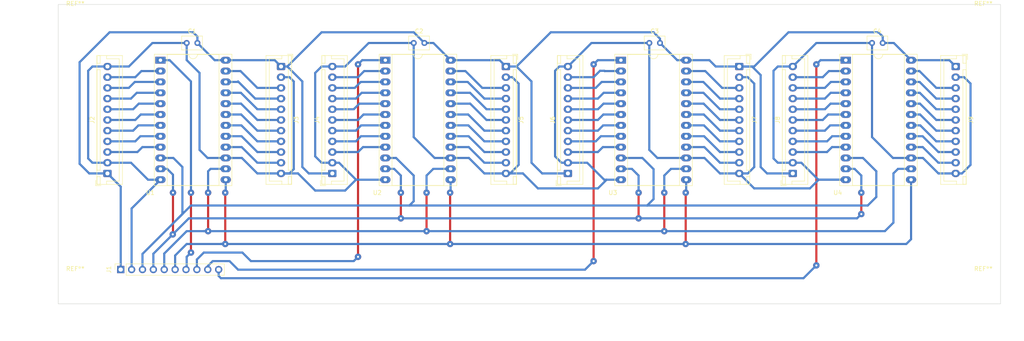
<source format=kicad_pcb>
(kicad_pcb (version 20211014) (generator pcbnew)
  (layers (0 "F.Cu" signal) (31 "B.Cu" signal) (34 "B.Paste" user) (35 "F.Paste" user) (36 "B.SilkS" user "B.Silkscreen") (37 "F.SilkS" user "F.Silkscreen") (38 "B.Mask" user) (39 "F.Mask" user) (44 "Edge.Cuts" user))
  (net 0 "")
  (net 1 "/Ground")
  (net 2 "Net-(C1-Pad2)")
  (net 3 "Net-(J1-Pad3)")
  (net 4 "Net-(J1-Pad4)")
  (net 5 "Net-(J1-Pad5)")
  (net 6 "Net-(J1-Pad6)")
  (net 7 "Net-(J1-Pad7)")
  (net 8 "Net-(J1-Pad8)")
  (net 9 "Net-(J1-Pad9)")
  (net 10 "Net-(J1-Pad10)")
  (net 11 "Net-(J2-Pad3)")
  (net 12 "Net-(J2-Pad4)")
  (net 13 "Net-(J2-Pad5)")
  (net 14 "Net-(J2-Pad6)")
  (net 15 "Net-(J2-Pad7)")
  (net 16 "Net-(J2-Pad8)")
  (net 17 "Net-(J2-Pad9)")
  (net 18 "Net-(J2-Pad10)")
  (net 19 "Net-(J3-Pad3)")
  (net 20 "Net-(J3-Pad4)")
  (net 21 "Net-(J3-Pad5)")
  (net 22 "Net-(J3-Pad6)")
  (net 23 "Net-(J3-Pad7)")
  (net 24 "Net-(J3-Pad8)")
  (net 25 "Net-(J3-Pad9)")
  (net 26 "Net-(J3-Pad10)")
  (net 27 "Net-(J4-Pad3)")
  (net 28 "Net-(J4-Pad4)")
  (net 29 "Net-(J4-Pad5)")
  (net 30 "Net-(J4-Pad6)")
  (net 31 "Net-(J4-Pad7)")
  (net 32 "Net-(J4-Pad8)")
  (net 33 "Net-(J4-Pad9)")
  (net 34 "Net-(J4-Pad10)")
  (net 35 "Net-(J5-Pad3)")
  (net 36 "Net-(J5-Pad4)")
  (net 37 "Net-(J5-Pad5)")
  (net 38 "Net-(J5-Pad6)")
  (net 39 "Net-(J5-Pad7)")
  (net 40 "Net-(J5-Pad8)")
  (net 41 "Net-(J5-Pad9)")
  (net 42 "Net-(J5-Pad10)")
  (net 43 "Net-(J6-Pad3)")
  (net 44 "Net-(J6-Pad4)")
  (net 45 "Net-(J6-Pad5)")
  (net 46 "Net-(J6-Pad6)")
  (net 47 "Net-(J6-Pad7)")
  (net 48 "Net-(J6-Pad8)")
  (net 49 "Net-(J6-Pad9)")
  (net 50 "Net-(J6-Pad10)")
  (net 51 "Net-(J7-Pad3)")
  (net 52 "Net-(J7-Pad4)")
  (net 53 "Net-(J7-Pad5)")
  (net 54 "Net-(J7-Pad6)")
  (net 55 "Net-(J7-Pad7)")
  (net 56 "Net-(J7-Pad8)")
  (net 57 "Net-(J7-Pad9)")
  (net 58 "Net-(J7-Pad10)")
  (net 59 "Net-(J8-Pad3)")
  (net 60 "Net-(J8-Pad4)")
  (net 61 "Net-(J8-Pad5)")
  (net 62 "Net-(J8-Pad6)")
  (net 63 "Net-(J8-Pad7)")
  (net 64 "Net-(J8-Pad8)")
  (net 65 "Net-(J8-Pad9)")
  (net 66 "Net-(J8-Pad10)")
  (net 67 "Net-(J9-Pad3)")
  (net 68 "Net-(J9-Pad4)")
  (net 69 "Net-(J9-Pad5)")
  (net 70 "Net-(J9-Pad6)")
  (net 71 "Net-(J9-Pad7)")
  (net 72 "Net-(J9-Pad8)")
  (net 73 "Net-(J9-Pad9)")
  (net 74 "Net-(J9-Pad10)")
  (footprint "Capacitor_THT:C_Rect_L4.6mm_W3.0mm_P2.50mm_MKS02_FKP02" (layer "F.Cu") (at 111 39)
    (fp_text reference "C2")
    (fp_text value "0.1uF")
  )
  (footprint "Capacitor_THT:C_Rect_L4.6mm_W3.0mm_P2.50mm_MKS02_FKP02" (layer "F.Cu") (at 58 39)
    (fp_text reference "C1")
    (fp_text value "0.1uF")
  )
  (footprint "Connector_JST:JST_XH_B11B-XH-A_1x11_P2.50mm_Vertical" (layer "F.Cu") (at 132.525 44.5 -90)
    (fp_text reference "J5")
    (fp_text value "Conn_22")
  )
  (footprint "Connector_JST:JST_XH_B11B-XH-A_1x11_P2.50mm_Vertical" (layer "F.Cu") (at 80.025 44.5 -90)
    (fp_text reference "J3")
    (fp_text value "Conn_12")
  )
  (footprint "Connector_JST:JST_XH_B11B-XH-A_1x11_P2.50mm_Vertical" (layer "F.Cu") (at 147 69.5 90)
    (fp_text reference "J6")
    (fp_text value "Conn_31")
  )
  (footprint "Package_DIP:DIP-24_W15.24mm_Socket_LongPads" (layer "F.Cu") (at 159.375 43.025)
    (fp_text reference "U3")
    (fp_text value "CD74HC4067M")
  )
  (footprint "Connector_JST:JST_XH_B11B-XH-A_1x11_P2.50mm_Vertical" (layer "F.Cu") (at 92 69.5 90)
    (fp_text reference "J4")
    (fp_text value "Conn_21")
  )
  (footprint "Connector_PinSocket_2.54mm:PinSocket_1x10_P2.54mm_Vertical" (layer "F.Cu") (at 42.6 91.975 90)
    (fp_text reference "J1")
    (fp_text value "Conn_socket")
  )
  (footprint "Connector_JST:JST_XH_B11B-XH-A_1x11_P2.50mm_Vertical" (layer "F.Cu") (at 237.525 44.5 -90)
    (fp_text reference "J9")
    (fp_text value "Conn_42")
  )
  (footprint "Capacitor_THT:C_Rect_L4.6mm_W3.0mm_P2.50mm_MKS02_FKP02" (layer "F.Cu") (at 218 39)
    (fp_text reference "C4")
    (fp_text value "0.1uF")
  )
  (footprint "Package_DIP:DIP-24_W15.24mm_Socket_LongPads" (layer "F.Cu") (at 104.375 43.025)
    (fp_text reference "U2")
    (fp_text value "CD74HC4067M")
  )
  (footprint "Capacitor_THT:C_Rect_L4.6mm_W3.0mm_P2.50mm_MKS02_FKP02" (layer "F.Cu") (at 166 39)
    (fp_text reference "C3")
    (fp_text value "0.1uF")
  )
  (footprint "MountingHole:MountingHole_3.2mm_M3" (layer "F.Cu") (at 32 96)
    (fp_text reference "REF**")
    (fp_text value "MountingHole_3.2mm_M3")
  )
  (footprint "MountingHole:MountingHole_3.2mm_M3" (layer "F.Cu") (at 32 34)
    (fp_text reference "REF**")
    (fp_text value "MountingHole_3.2mm_M3")
  )
  (footprint "Connector_JST:JST_XH_B11B-XH-A_1x11_P2.50mm_Vertical" (layer "F.Cu") (at 199.5 69.5 90)
    (fp_text reference "J8")
    (fp_text value "Conn_41")
  )
  (footprint "Connector_JST:JST_XH_B11B-XH-A_1x11_P2.50mm_Vertical" (layer "F.Cu") (at 39.5 69.5 90)
    (fp_text reference "J2")
    (fp_text value "Conn_11")
  )
  (footprint "Package_DIP:DIP-24_W15.24mm_Socket_LongPads" (layer "F.Cu") (at 211.875 43.025)
    (fp_text reference "U4")
    (fp_text value "CD74HC4067M")
  )
  (footprint "MountingHole:MountingHole_3.2mm_M3" (layer "F.Cu") (at 244 96)
    (fp_text reference "REF**")
    (fp_text value "MountingHole_3.2mm_M3")
  )
  (footprint "MountingHole:MountingHole_3.2mm_M3" (layer "F.Cu") (at 244 34)
    (fp_text reference "REF**")
    (fp_text value "MountingHole_3.2mm_M3")
  )
  (footprint "Connector_JST:JST_XH_B11B-XH-A_1x11_P2.50mm_Vertical" (layer "F.Cu") (at 187 44.5 -90)
    (fp_text reference "J7")
    (fp_text value "Conn_32")
  )
  (footprint "Package_DIP:DIP-24_W15.24mm_Socket_LongPads" (layer "F.Cu") (at 51.875 43.025)
    (fp_text reference "U1")
    (fp_text value "CD74HC4067M")
  )
  (gr_rect (start 28 30) (end 248 100) (layer "Edge.Cuts") (width 0.1) (fill none))
  (segment (start 132.525 47) (end 134 47) (width 0.5) (layer "B.Cu") (net 1))
  (segment (start 48.965 70.965) (end 45 67) (width 0.5) (layer "B.Cu") (net 1))
  (segment (start 45.14 77.7) (end 51.875 70.965) (width 0.5) (layer "B.Cu") (net 1))
  (segment (start 174.615 65.885) (end 167.885 65.885) (width 0.5) (layer "B.Cu") (net 1))
  (segment (start 233.5 69.5) (end 237.525 69.5) (width 0.5) (layer "B.Cu") (net 1))
  (segment (start 211.875 70.965) (end 205.465 70.965) (width 0.5) (layer "B.Cu") (net 1))
  (segment (start 227.115 65.885) (end 229.885 65.885) (width 0.5) (layer "B.Cu") (net 1))
  (segment (start 187 69.5) (end 189 69.5) (width 0.5) (layer "B.Cu") (net 1))
  (segment (start 35 45.5) (end 36 44.5) (width 0.5) (layer "B.Cu") (net 1))
  (segment (start 203.5 73) (end 190.5 73) (width 0.5) (layer "B.Cu") (net 1))
  (segment (start 134 47) (end 135.5 48.5) (width 0.5) (layer "B.Cu") (net 1))
  (segment (start 95 73.5) (end 97.535 70.965) (width 0.5) (layer "B.Cu") (net 1))
  (segment (start 227.115 65.885) (end 222.885 65.885) (width 0.5) (layer "B.Cu") (net 1))
  (segment (start 195 45.5) (end 195 66) (width 0.5) (layer "B.Cu") (net 1))
  (segment (start 92 67) (end 89.5 67) (width 0.5) (layer "B.Cu") (net 1))
  (segment (start 115.885 65.885) (end 111 61) (width 0.5) (layer "B.Cu") (net 1))
  (segment (start 95 44.5) (end 100.5 39) (width 0.5) (layer "B.Cu") (net 1))
  (segment (start 35 66) (end 35 45.5) (width 0.5) (layer "B.Cu") (net 1))
  (segment (start 82 47) (end 83 48) (width 0.5) (layer "B.Cu") (net 1))
  (segment (start 145 44.5) (end 147 44.5) (width 0.5) (layer "B.Cu") (net 1))
  (segment (start 93.57 67) (end 97.535 70.965) (width 0.5) (layer "B.Cu") (net 1))
  (segment (start 167.885 65.885) (end 166 64) (width 0.5) (layer "B.Cu") (net 1))
  (segment (start 155.5 71) (end 155.535 70.965) (width 0.5) (layer "B.Cu") (net 1))
  (segment (start 189 69.5) (end 190.5 68) (width 0.5) (layer "B.Cu") (net 1))
  (segment (start 82 69.5) (end 80.025 69.5) (width 0.5) (layer "B.Cu") (net 1))
  (segment (start 62.885 65.885) (end 67.115 65.885) (width 0.5) (layer "B.Cu") (net 1))
  (segment (start 67.115 65.885) (end 70.885 65.885) (width 0.5) (layer "B.Cu") (net 1))
  (segment (start 205.465 70.965) (end 201.5 67) (width 0.5) (layer "B.Cu") (net 1))
  (segment (start 196 67) (end 199.5 67) (width 0.5) (layer "B.Cu") (net 1))
  (segment (start 135.5 48.5) (end 135.5 67.5) (width 0.5) (layer "B.Cu") (net 1))
  (segment (start 178.885 65.885) (end 182.5 69.5) (width 0.5) (layer "B.Cu") (net 1))
  (segment (start 211.875 70.965) (end 205.535 70.965) (width 0.5) (layer "B.Cu") (net 1))
  (segment (start 222.885 65.885) (end 218 61) (width 0.5) (layer "B.Cu") (net 1))
  (segment (start 39.5 67) (end 36 67) (width 0.5) (layer "B.Cu") (net 1))
  (segment (start 135.5 67.5) (end 133.5 69.5) (width 0.5) (layer "B.Cu") (net 1))
  (segment (start 58 43) (end 61 46) (width 0.5) (layer "B.Cu") (net 1))
  (segment (start 36 67) (end 35 66) (width 0.5) (layer "B.Cu") (net 1))
  (segment (start 147 67) (end 145.5 67) (width 0.5) (layer "B.Cu") (net 1))
  (segment (start 88 46) (end 89.5 44.5) (width 0.5) (layer "B.Cu") (net 1))
  (segment (start 140 73) (end 154 73) (width 0.5) (layer "B.Cu") (net 1))
  (segment (start 144 65.5) (end 144 45.5) (width 0.5) (layer "B.Cu") (net 1))
  (segment (start 61 46) (end 61 64) (width 0.5) (layer "B.Cu") (net 1))
  (segment (start 123.885 65.885) (end 127.5 69.5) (width 0.5) (layer "B.Cu") (net 1))
  (segment (start 44.5 44.5) (end 50 39) (width 0.5) (layer "B.Cu") (net 1))
  (segment (start 205.535 70.965) (end 203.5 73) (width 0.5) (layer "B.Cu") (net 1))
  (segment (start 237.525 47) (end 239.5 47) (width 0.5) (layer "B.Cu") (net 1))
  (segment (start 80.025 47) (end 82 47) (width 0.5) (layer "B.Cu") (net 1))
  (segment (start 218 39) (end 205 39) (width 0.5) (layer "B.Cu") (net 1))
  (segment (start 136.5 69.5) (end 140 73) (width 0.5) (layer "B.Cu") (net 1))
  (segment (start 145.5 67) (end 144 65.5) (width 0.5) (layer "B.Cu") (net 1))
  (segment (start 239 69.5) (end 237.525 69.5) (width 0.5) (layer "B.Cu") (net 1))
  (segment (start 61 64) (end 62.885 65.885) (width 0.5) (layer "B.Cu") (net 1))
  (segment (start 39.5 44.5) (end 44.5 44.5) (width 0.5) (layer "B.Cu") (net 1))
  (segment (start 92 67) (end 93.57 67) (width 0.5) (layer "B.Cu") (net 1))
  (segment (start 152.5 39) (end 147 44.5) (width 0.5) (layer "B.Cu") (net 1))
  (segment (start 241 67.5) (end 239 69.5) (width 0.5) (layer "B.Cu") (net 1))
  (segment (start 70.885 65.885) (end 74.5 69.5) (width 0.5) (layer "B.Cu") (net 1))
  (segment (start 155.535 70.965) (end 156.035 70.965) (width 0.5) (layer "B.Cu") (net 1))
  (segment (start 74.5 69.5) (end 80.025 69.5) (width 0.5) (layer "B.Cu") (net 1))
  (segment (start 80.025 69.5) (end 84 69.5) (width 0.5) (layer "B.Cu") (net 1))
  (segment (start 154 73) (end 156.035 70.965) (width 0.5) (layer "B.Cu") (net 1))
  (segment (start 205 39) (end 199.5 44.5) (width 0.5) (layer "B.Cu") (net 1))
  (segment (start 195 66) (end 196 67) (width 0.5) (layer "B.Cu") (net 1))
  (segment (start 89.5 44.5) (end 92 44.5) (width 0.5) (layer "B.Cu") (net 1))
  (segment (start 201.5 67) (end 199.5 67) (width 0.5) (layer "B.Cu") (net 1))
  (segment (start 199.5 44.5) (end 196 44.5) (width 0.5) (layer "B.Cu") (net 1))
  (segment (start 119.615 65.885) (end 123.885 65.885) (width 0.5) (layer "B.Cu") (net 1))
  (segment (start 127.5 69.5) (end 132.525 69.5) (width 0.5) (layer "B.Cu") (net 1))
  (segment (start 83 48) (end 83 68.5) (width 0.5) (layer "B.Cu") (net 1))
  (segment (start 119.615 65.885) (end 115.885 65.885) (width 0.5) (layer "B.Cu") (net 1))
  (segment (start 111 61) (end 111 39) (width 0.5) (layer "B.Cu") (net 1))
  (segment (start 196 44.5) (end 195 45.5) (width 0.5) (layer "B.Cu") (net 1))
  (segment (start 190.5 48.5) (end 189 47) (width 0.5) (layer "B.Cu") (net 1))
  (segment (start 45.14 91.975) (end 45.14 77.7) (width 0.5) (layer "B.Cu") (net 1))
  (segment (start 166 39) (end 152.5 39) (width 0.5) (layer "B.Cu") (net 1))
  (segment (start 229.885 65.885) (end 233.5 69.5) (width 0.5) (layer "B.Cu") (net 1))
  (segment (start 190.5 68) (end 190.5 48.5) (width 0.5) (layer "B.Cu") (net 1))
  (segment (start 190.5 73) (end 187 69.5) (width 0.5) (layer "B.Cu") (net 1))
  (segment (start 132.525 69.5) (end 136.5 69.5) (width 0.5) (layer "B.Cu") (net 1))
  (segment (start 88 65.5) (end 88 46) (width 0.5) (layer "B.Cu") (net 1))
  (segment (start 144 45.5) (end 145 44.5) (width 0.5) (layer "B.Cu") (net 1))
  (segment (start 84 69.5) (end 88 73.5) (width 0.5) (layer "B.Cu") (net 1))
  (segment (start 147 67) (end 151.5 67) (width 0.5) (layer "B.Cu") (net 1))
  (segment (start 241 48.5) (end 241 67.5) (width 0.5) (layer "B.Cu") (net 1))
  (segment (start 218 61) (end 218 39) (width 0.5) (layer "B.Cu") (net 1))
  (segment (start 151.5 67) (end 155.5 71) (width 0.5) (layer "B.Cu") (net 1))
  (segment (start 45 67) (end 39.5 67) (width 0.5) (layer "B.Cu") (net 1))
  (segment (start 189 47) (end 187 47) (width 0.5) (layer "B.Cu") (net 1))
  (segment (start 36 44.5) (end 39.5 44.5) (width 0.5) (layer "B.Cu") (net 1))
  (segment (start 51.875 70.965) (end 48.965 70.965) (width 0.5) (layer "B.Cu") (net 1))
  (segment (start 156.035 70.965) (end 159.375 70.965) (width 0.5) (layer "B.Cu") (net 1))
  (segment (start 92 44.5) (end 95 44.5) (width 0.5) (layer "B.Cu") (net 1))
  (segment (start 133.5 69.5) (end 132.525 69.5) (width 0.5) (layer "B.Cu") (net 1))
  (segment (start 83 68.5) (end 82 69.5) (width 0.5) (layer "B.Cu") (net 1))
  (segment (start 89.5 67) (end 88 65.5) (width 0.5) (layer "B.Cu") (net 1))
  (segment (start 239.5 47) (end 241 48.5) (width 0.5) (layer "B.Cu") (net 1))
  (segment (start 174.615 65.885) (end 178.885 65.885) (width 0.5) (layer "B.Cu") (net 1))
  (segment (start 97.535 70.965) (end 104.375 70.965) (width 0.5) (layer "B.Cu") (net 1))
  (segment (start 166 64) (end 166 39) (width 0.5) (layer "B.Cu") (net 1))
  (segment (start 182.5 69.5) (end 187 69.5) (width 0.5) (layer "B.Cu") (net 1))
  (segment (start 50 39) (end 58 39) (width 0.5) (layer "B.Cu") (net 1))
  (segment (start 88 73.5) (end 95 73.5) (width 0.5) (layer "B.Cu") (net 1))
  (segment (start 100.5 39) (end 111 39) (width 0.5) (layer "B.Cu") (net 1))
  (segment (start 58 39) (end 58 43) (width 0.5) (layer "B.Cu") (net 1))
  (segment (start 198.5 36.5) (end 219.5 36.5) (width 0.5) (layer "B.Cu") (net 2))
  (segment (start 172.525 43.025) (end 174.615 43.025) (width 0.5) (layer "B.Cu") (net 2))
  (segment (start 187 44.5) (end 190.5 44.5) (width 0.5) (layer "B.Cu") (net 2))
  (segment (start 192 68) (end 193.5 69.5) (width 0.5) (layer "B.Cu") (net 2))
  (segment (start 86.5 69.5) (end 92 69.5) (width 0.5) (layer "B.Cu") (net 2))
  (segment (start 33 43.5) (end 40 36.5) (width 0.5) (layer "B.Cu") (net 2))
  (segment (start 89.5 36.5) (end 111 36.5) (width 0.5) (layer "B.Cu") (net 2))
  (segment (start 64.525 43.025) (end 67.115 43.025) (width 0.5) (layer "B.Cu") (net 2))
  (segment (start 85 68) (end 86.5 69.5) (width 0.5) (layer "B.Cu") (net 2))
  (segment (start 132.525 44.5) (end 135 44.5) (width 0.5) (layer "B.Cu") (net 2))
  (segment (start 42.6 91.975) (end 42.6 72.6) (width 0.5) (layer "B.Cu") (net 2))
  (segment (start 85 48) (end 85 68) (width 0.5) (layer "B.Cu") (net 2))
  (segment (start 227.115 43.025) (end 236.05 43.025) (width 0.5) (layer "B.Cu") (net 2))
  (segment (start 78.55 43.025) (end 80.025 44.5) (width 0.5) (layer "B.Cu") (net 2))
  (segment (start 33 67.25) (end 33 43.5) (width 0.5) (layer "B.Cu") (net 2))
  (segment (start 167 36.5) (end 168.5 38) (width 0.5) (layer "B.Cu") (net 2))
  (segment (start 223.09 39) (end 227.115 43.025) (width 0.5) (layer "B.Cu") (net 2))
  (segment (start 119.615 43.025) (end 131.05 43.025) (width 0.5) (layer "B.Cu") (net 2))
  (segment (start 236.05 43.025) (end 237.525 44.5) (width 0.5) (layer "B.Cu") (net 2))
  (segment (start 190 44.5) (end 192 46.5) (width 0.5) (layer "B.Cu") (net 2))
  (segment (start 42.6 72.6) (end 42 72) (width 0.5) (layer "B.Cu") (net 2))
  (segment (start 168.5 39) (end 172.525 43.025) (width 0.5) (layer "B.Cu") (net 2))
  (segment (start 193.5 69.5) (end 199.5 69.5) (width 0.5) (layer "B.Cu") (net 2))
  (segment (start 60.5 37.5) (end 60.5 39) (width 0.5) (layer "B.Cu") (net 2))
  (segment (start 180.025 43.025) (end 181.5 44.5) (width 0.5) (layer "B.Cu") (net 2))
  (segment (start 168.5 38) (end 168.5 39) (width 0.5) (layer "B.Cu") (net 2))
  (segment (start 174.615 43.025) (end 180.025 43.025) (width 0.5) (layer "B.Cu") (net 2))
  (segment (start 81.5 44.5) (end 85 48) (width 0.5) (layer "B.Cu") (net 2))
  (segment (start 141 69.5) (end 147 69.5) (width 0.5) (layer "B.Cu") (net 2))
  (segment (start 59.5 36.5) (end 60.5 37.5) (width 0.5) (layer "B.Cu") (net 2))
  (segment (start 220.5 37.5) (end 220.5 39) (width 0.5) (layer "B.Cu") (net 2))
  (segment (start 40 36.5) (end 59.5 36.5) (width 0.5) (layer "B.Cu") (net 2))
  (segment (start 187 44.5) (end 190 44.5) (width 0.5) (layer "B.Cu") (net 2))
  (segment (start 39.5 69.5) (end 35.25 69.5) (width 0.5) (layer "B.Cu") (net 2))
  (segment (start 143 36.5) (end 167 36.5) (width 0.5) (layer "B.Cu") (net 2))
  (segment (start 35.25 69.5) (end 33 67.25) (width 0.5) (layer "B.Cu") (net 2))
  (segment (start 192 46.5) (end 192 68) (width 0.5) (layer "B.Cu") (net 2))
  (segment (start 42 72) (end 39.5 69.5) (width 0.5) (layer "B.Cu") (net 2))
  (segment (start 67.115 43.025) (end 78.55 43.025) (width 0.5) (layer "B.Cu") (net 2))
  (segment (start 220.5 39) (end 223.09 39) (width 0.5) (layer "B.Cu") (net 2))
  (segment (start 138.5 67) (end 141 69.5) (width 0.5) (layer "B.Cu") (net 2))
  (segment (start 81.5 44.5) (end 89.5 36.5) (width 0.5) (layer "B.Cu") (net 2))
  (segment (start 60.5 39) (end 64.525 43.025) (width 0.5) (layer "B.Cu") (net 2))
  (segment (start 190.5 44.5) (end 198.5 36.5) (width 0.5) (layer "B.Cu") (net 2))
  (segment (start 138.5 48) (end 138.5 67) (width 0.5) (layer "B.Cu") (net 2))
  (segment (start 131.05 43.025) (end 132.525 44.5) (width 0.5) (layer "B.Cu") (net 2))
  (segment (start 135 44.5) (end 138.5 48) (width 0.5) (layer "B.Cu") (net 2))
  (segment (start 219.5 36.5) (end 220.5 37.5) (width 0.5) (layer "B.Cu") (net 2))
  (segment (start 111 36.5) (end 113.5 39) (width 0.5) (layer "B.Cu") (net 2))
  (segment (start 113.5 39) (end 115.59 39) (width 0.5) (layer "B.Cu") (net 2))
  (segment (start 135 44.5) (end 143 36.5) (width 0.5) (layer "B.Cu") (net 2))
  (segment (start 181.5 44.5) (end 187 44.5) (width 0.5) (layer "B.Cu") (net 2))
  (segment (start 80.025 44.5) (end 81.5 44.5) (width 0.5) (layer "B.Cu") (net 2))
  (segment (start 115.59 39) (end 119.615 43.025) (width 0.5) (layer "B.Cu") (net 2))
  (segment (start 57 79) (end 56 80) (width 0.5) (layer "B.Cu") (net 3))
  (segment (start 167 68.5) (end 167 75.5) (width 0.5) (layer "B.Cu") (net 3))
  (segment (start 47.68 91.975) (end 47.68 88.32) (width 0.5) (layer "B.Cu") (net 3))
  (segment (start 104.375 65.885) (end 106.885 65.885) (width 0.5) (layer "B.Cu") (net 3))
  (segment (start 57 68) (end 57 79) (width 0.5) (layer "B.Cu") (net 3))
  (segment (start 159.375 65.885) (end 164.385 65.885) (width 0.5) (layer "B.Cu") (net 3))
  (segment (start 59 77) (end 165.5 77) (width 0.5) (layer "B.Cu") (net 3))
  (segment (start 164.385 65.885) (end 167 68.5) (width 0.5) (layer "B.Cu") (net 3))
  (segment (start 215.885 65.885) (end 219 69) (width 0.5) (layer "B.Cu") (net 3))
  (segment (start 111 76) (end 110 77) (width 0.5) (layer "B.Cu") (net 3))
  (segment (start 106.885 65.885) (end 111 70) (width 0.5) (layer "B.Cu") (net 3))
  (segment (start 217 77) (end 165.5 77) (width 0.5) (layer "B.Cu") (net 3))
  (segment (start 111 70) (end 111 76) (width 0.5) (layer "B.Cu") (net 3))
  (segment (start 211.875 65.885) (end 215.885 65.885) (width 0.5) (layer "B.Cu") (net 3))
  (segment (start 51.875 65.885) (end 54.885 65.885) (width 0.5) (layer "B.Cu") (net 3))
  (segment (start 47.68 88.32) (end 56 80) (width 0.5) (layer "B.Cu") (net 3))
  (segment (start 219 75) (end 217 77) (width 0.5) (layer "B.Cu") (net 3))
  (segment (start 167 75.5) (end 165.5 77) (width 0.5) (layer "B.Cu") (net 3))
  (segment (start 54.885 65.885) (end 57 68) (width 0.5) (layer "B.Cu") (net 3))
  (segment (start 219 69) (end 219 75) (width 0.5) (layer "B.Cu") (net 3))
  (segment (start 56 80) (end 59 77) (width 0.5) (layer "B.Cu") (net 3))
  (segment (start 54.8005 74) (end 54.8005 83.6995) (width 0.5) (layer "F.Cu") (net 4))
  (segment (start 54.8005 83.6995) (end 54.75 83.75) (width 0.5) (layer "F.Cu") (net 4))
  (segment (start 163.5 74) (end 163.5 80) (width 0.5) (layer "F.Cu") (net 4))
  (segment (start 108 74) (end 108 80) (width 0.5) (layer "F.Cu") (net 4))
  (segment (start 215.5 74) (end 215.5 79) (width 0.5) (layer "F.Cu") (net 4))
  (via (at 54.8005 74) (size 1.5) (drill 0.5) (layers "F.Cu" "B.Cu") (net 4))
  (via (at 108 74) (size 1.5) (drill 0.5) (layers "F.Cu" "B.Cu") (net 4))
  (via (at 108 80) (size 1.5) (drill 0.5) (layers "F.Cu" "B.Cu") (net 4))
  (via (at 163.5 74) (size 1.5) (drill 0.5) (layers "F.Cu" "B.Cu") (net 4))
  (via (at 163.5 80) (size 1.5) (drill 0.5) (layers "F.Cu" "B.Cu") (net 4))
  (via (at 215.5 74) (size 1.5) (drill 0.5) (layers "F.Cu" "B.Cu") (net 4))
  (via (at 215.5 79) (size 1.5) (drill 0.5) (layers "F.Cu" "B.Cu") (net 4))
  (via (at 54.75 83.75) (size 1.5) (drill 0.5) (layers "F.Cu" "B.Cu") (net 4))
  (segment (start 50.22 91.975) (end 50.22 88.28) (width 0.5) (layer "B.Cu") (net 4))
  (segment (start 104.375 68.425) (end 106.425 68.425) (width 0.5) (layer "B.Cu") (net 4))
  (segment (start 54 69) (end 54.8005 69.8005) (width 0.5) (layer "B.Cu") (net 4))
  (segment (start 53.425 68.425) (end 54 69) (width 0.5) (layer "B.Cu") (net 4))
  (segment (start 50.22 88.28) (end 54.75 83.75) (width 0.5) (layer "B.Cu") (net 4))
  (segment (start 163.5 70) (end 163.5 74) (width 0.5) (layer "B.Cu") (net 4))
  (segment (start 54.8005 69.8005) (end 54.8005 74) (width 0.5) (layer "B.Cu") (net 4))
  (segment (start 159.375 68.425) (end 161.925 68.425) (width 0.5) (layer "B.Cu") (net 4))
  (segment (start 161.925 68.425) (end 163 69.5) (width 0.5) (layer "B.Cu") (net 4))
  (segment (start 211.875 68.425) (end 213.925 68.425) (width 0.5) (layer "B.Cu") (net 4))
  (segment (start 106.425 68.425) (end 108 70) (width 0.5) (layer "B.Cu") (net 4))
  (segment (start 163 69.5) (end 163.5 70) (width 0.5) (layer "B.Cu") (net 4))
  (segment (start 58.5 80) (end 108 80) (width 0.5) (layer "B.Cu") (net 4))
  (segment (start 108 80) (end 163.5 80) (width 0.5) (layer "B.Cu") (net 4))
  (segment (start 215.5 70) (end 215.5 74) (width 0.5) (layer "B.Cu") (net 4))
  (segment (start 163.5 80) (end 214.5 80) (width 0.5) (layer "B.Cu") (net 4))
  (segment (start 213.925 68.425) (end 215.5 70) (width 0.5) (layer "B.Cu") (net 4))
  (segment (start 51.875 68.425) (end 53.425 68.425) (width 0.5) (layer "B.Cu") (net 4))
  (segment (start 108 70) (end 108 74) (width 0.5) (layer "B.Cu") (net 4))
  (segment (start 214.5 80) (end 215.5 79) (width 0.5) (layer "B.Cu") (net 4))
  (segment (start 54.75 83.75) (end 58.5 80) (width 0.5) (layer "B.Cu") (net 4))
  (segment (start 169.5 74) (end 169.5 83) (width 0.5) (layer "F.Cu") (net 5))
  (segment (start 63 74) (end 63 83) (width 0.5) (layer "F.Cu") (net 5))
  (segment (start 114 74) (end 114 83) (width 0.5) (layer "F.Cu") (net 5))
  (via (at 114 83) (size 1.5) (drill 0.5) (layers "F.Cu" "B.Cu") (net 5))
  (via (at 169.5 74) (size 1.5) (drill 0.5) (layers "F.Cu" "B.Cu") (net 5))
  (via (at 63 74) (size 1.5) (drill 0.5) (layers "F.Cu" "B.Cu") (net 5))
  (via (at 114 74) (size 1.5) (drill 0.5) (layers "F.Cu" "B.Cu") (net 5))
  (via (at 63 83) (size 1.5) (drill 0.5) (layers "F.Cu" "B.Cu") (net 5))
  (via (at 169.5 83) (size 1.5) (drill 0.5) (layers "F.Cu" "B.Cu") (net 5))
  (segment (start 171.075 68.425) (end 169.5 70) (width 0.5) (layer "B.Cu") (net 5))
  (segment (start 221 83) (end 220 83) (width 0.5) (layer "B.Cu") (net 5))
  (segment (start 169.5 83) (end 220 83) (width 0.5) (layer "B.Cu") (net 5))
  (segment (start 223 69.5) (end 223 81) (width 0.5) (layer "B.Cu") (net 5))
  (segment (start 52.76 88.24) (end 58 83) (width 0.5) (layer "B.Cu") (net 5))
  (segment (start 174.615 68.425) (end 171.075 68.425) (width 0.5) (layer "B.Cu") (net 5))
  (segment (start 115.575 68.425) (end 114 70) (width 0.5) (layer "B.Cu") (net 5))
  (segment (start 114 70) (end 114 74) (width 0.5) (layer "B.Cu") (net 5))
  (segment (start 63 69) (end 63 74) (width 0.5) (layer "B.Cu") (net 5))
  (segment (start 63.575 68.425) (end 63 69) (width 0.5) (layer "B.Cu") (net 5))
  (segment (start 67.115 68.425) (end 63.575 68.425) (width 0.5) (layer "B.Cu") (net 5))
  (segment (start 169.5 70) (end 169.5 74) (width 0.5) (layer "B.Cu") (net 5))
  (segment (start 58 83) (end 62 83) (width 0.5) (layer "B.Cu") (net 5))
  (segment (start 52.76 91.975) (end 52.76 88.24) (width 0.5) (layer "B.Cu") (net 5))
  (segment (start 62 83) (end 114 83) (width 0.5) (layer "B.Cu") (net 5))
  (segment (start 114 83) (end 169.5 83) (width 0.5) (layer "B.Cu") (net 5))
  (segment (start 119.615 68.425) (end 115.575 68.425) (width 0.5) (layer "B.Cu") (net 5))
  (segment (start 224.075 68.425) (end 223 69.5) (width 0.5) (layer "B.Cu") (net 5))
  (segment (start 223 81) (end 221 83) (width 0.5) (layer "B.Cu") (net 5))
  (segment (start 63 83) (end 62 83) (width 0.5) (layer "B.Cu") (net 5))
  (segment (start 227.115 68.425) (end 224.075 68.425) (width 0.5) (layer "B.Cu") (net 5))
  (segment (start 174.5 74) (end 174.5 86) (width 0.5) (layer "F.Cu") (net 6))
  (segment (start 119.5 74) (end 119.5 86) (width 0.5) (layer "F.Cu") (net 6))
  (segment (start 67 74) (end 67 86) (width 0.5) (layer "F.Cu") (net 6))
  (via (at 67 74) (size 1.5) (drill 0.5) (layers "F.Cu" "B.Cu") (net 6))
  (via (at 67 86) (size 1.5) (drill 0.5) (layers "F.Cu" "B.Cu") (net 6))
  (via (at 174.5 74) (size 1.5) (drill 0.5) (layers "F.Cu" "B.Cu") (net 6))
  (via (at 119.5 86) (size 1.5) (drill 0.5) (layers "F.Cu" "B.Cu") (net 6))
  (via (at 174.5 86) (size 1.5) (drill 0.5) (layers "F.Cu" "B.Cu") (net 6))
  (via (at 119.5 74) (size 1.5) (drill 0.5) (layers "F.Cu" "B.Cu") (net 6))
  (segment (start 67.115 70.965) (end 67.115 73.885) (width 0.5) (layer "B.Cu") (net 6))
  (segment (start 119.5 86) (end 174.5 86) (width 0.5) (layer "B.Cu") (net 6))
  (segment (start 55.3 88.7) (end 58 86) (width 0.5) (layer "B.Cu") (net 6))
  (segment (start 67 86) (end 66 86) (width 0.5) (layer "B.Cu") (net 6))
  (segment (start 67.115 73.885) (end 67 74) (width 0.5) (layer "B.Cu") (net 6))
  (segment (start 58 86) (end 66 86) (width 0.5) (layer "B.Cu") (net 6))
  (segment (start 119.615 70.965) (end 119.615 73.885) (width 0.5) (layer "B.Cu") (net 6))
  (segment (start 174.615 70.965) (end 174.615 73.885) (width 0.5) (layer "B.Cu") (net 6))
  (segment (start 174.615 73.885) (end 174.5 74) (width 0.5) (layer "B.Cu") (net 6))
  (segment (start 227.115 84.885) (end 226 86) (width 0.5) (layer "B.Cu") (net 6))
  (segment (start 119.615 73.885) (end 119.5 74) (width 0.5) (layer "B.Cu") (net 6))
  (segment (start 227.115 70.965) (end 227.115 84.885) (width 0.5) (layer "B.Cu") (net 6))
  (segment (start 226 86) (end 174.5 86) (width 0.5) (layer "B.Cu") (net 6))
  (segment (start 66 86) (end 119.5 86) (width 0.5) (layer "B.Cu") (net 6))
  (segment (start 55.3 91.975) (end 55.3 88.7) (width 0.5) (layer "B.Cu") (net 6))
  (segment (start 59 88) (end 59 74) (width 0.5) (layer "F.Cu") (net 7))
  (via (at 59 88) (size 1.5) (drill 0.5) (layers "F.Cu" "B.Cu") (net 7))
  (via (at 59 74) (size 1.5) (drill 0.5) (layers "F.Cu" "B.Cu") (net 7))
  (segment (start 54.025 43.025) (end 51.875 43.025) (width 0.5) (layer "B.Cu") (net 7))
  (segment (start 59 48) (end 54.025 43.025) (width 0.5) (layer "B.Cu") (net 7))
  (segment (start 58 91.815) (end 57.84 91.975) (width 0.5) (layer "B.Cu") (net 7))
  (segment (start 59 88) (end 58 89) (width 0.5) (layer "B.Cu") (net 7))
  (segment (start 59 74) (end 59 48) (width 0.5) (layer "B.Cu") (net 7))
  (segment (start 58 89) (end 58 91.815) (width 0.5) (layer "B.Cu") (net 7))
  (segment (start 98 89) (end 98 44) (width 0.5) (layer "F.Cu") (net 8))
  (via (at 98 89) (size 1.5) (drill 0.5) (layers "F.Cu" "B.Cu") (net 8))
  (via (at 98 44) (size 1.5) (drill 0.5) (layers "F.Cu" "B.Cu") (net 8))
  (segment (start 73 90) (end 71 88) (width 0.5) (layer "B.Cu") (net 8))
  (segment (start 60.38 89.62) (end 60.38 91.975) (width 0.5) (layer "B.Cu") (net 8))
  (segment (start 98.975 43.025) (end 104.375 43.025) (width 0.5) (layer "B.Cu") (net 8))
  (segment (start 98 89) (end 97 90) (width 0.5) (layer "B.Cu") (net 8))
  (segment (start 71 88) (end 62 88) (width 0.5) (layer "B.Cu") (net 8))
  (segment (start 97 90) (end 73 90) (width 0.5) (layer "B.Cu") (net 8))
  (segment (start 98 44) (end 98.975 43.025) (width 0.5) (layer "B.Cu") (net 8))
  (segment (start 62 88) (end 60.38 89.62) (width 0.5) (layer "B.Cu") (net 8))
  (segment (start 153 90) (end 153 44) (width 0.5) (layer "F.Cu") (net 9))
  (via (at 153 44) (size 1.5) (drill 0.5) (layers "F.Cu" "B.Cu") (net 9))
  (via (at 153 90) (size 1.5) (drill 0.5) (layers "F.Cu" "B.Cu") (net 9))
  (segment (start 151 92) (end 70 92) (width 0.5) (layer "B.Cu") (net 9))
  (segment (start 153.975 43.025) (end 159.375 43.025) (width 0.5) (layer "B.Cu") (net 9))
  (segment (start 153 44) (end 153.975 43.025) (width 0.5) (layer "B.Cu") (net 9))
  (segment (start 70 92) (end 68 90) (width 0.5) (layer "B.Cu") (net 9))
  (segment (start 153 90) (end 151 92) (width 0.5) (layer "B.Cu") (net 9))
  (segment (start 68 90) (end 64.08 90) (width 0.5) (layer "B.Cu") (net 9))
  (segment (start 64.08 90) (end 62.92 91.16) (width 0.5) (layer "B.Cu") (net 9))
  (segment (start 62.92 91.16) (end 62.92 91.975) (width 0.5) (layer "B.Cu") (net 9))
  (segment (start 205 91) (end 205 44) (width 0.5) (layer "F.Cu") (net 10))
  (via (at 205 44) (size 1.5) (drill 0.5) (layers "F.Cu" "B.Cu") (net 10))
  (via (at 205 91) (size 1.5) (drill 0.5) (layers "F.Cu" "B.Cu") (net 10))
  (segment (start 205 91) (end 202 94) (width 0.5) (layer "B.Cu") (net 10))
  (segment (start 202 94) (end 66 94) (width 0.5) (layer "B.Cu") (net 10))
  (segment (start 205 44) (end 205.975 43.025) (width 0.5) (layer "B.Cu") (net 10))
  (segment (start 65.46 93.46) (end 65.46 91.975) (width 0.5) (layer "B.Cu") (net 10))
  (segment (start 205.975 43.025) (end 211.875 43.025) (width 0.5) (layer "B.Cu") (net 10))
  (segment (start 66 94) (end 65.46 93.46) (width 0.5) (layer "B.Cu") (net 10))
  (segment (start 51.875 63.345) (end 47.655 63.345) (width 0.5) (layer "B.Cu") (net 11))
  (segment (start 46.5 64.5) (end 39.5 64.5) (width 0.5) (layer "B.Cu") (net 11))
  (segment (start 47.655 63.345) (end 46.5 64.5) (width 0.5) (layer "B.Cu") (net 11))
  (segment (start 47.195 60.805) (end 46 62) (width 0.5) (layer "B.Cu") (net 12))
  (segment (start 46 62) (end 39.5 62) (width 0.5) (layer "B.Cu") (net 12))
  (segment (start 51.875 60.805) (end 47.195 60.805) (width 0.5) (layer "B.Cu") (net 12))
  (segment (start 51.875 58.265) (end 46.735 58.265) (width 0.5) (layer "B.Cu") (net 13))
  (segment (start 46.735 58.265) (end 45.5 59.5) (width 0.5) (layer "B.Cu") (net 13))
  (segment (start 45.5 59.5) (end 39.5 59.5) (width 0.5) (layer "B.Cu") (net 13))
  (segment (start 47.275 55.725) (end 46 57) (width 0.5) (layer "B.Cu") (net 14))
  (segment (start 46 57) (end 39.5 57) (width 0.5) (layer "B.Cu") (net 14))
  (segment (start 51.875 55.725) (end 47.275 55.725) (width 0.5) (layer "B.Cu") (net 14))
  (segment (start 51.875 53.185) (end 46.815 53.185) (width 0.5) (layer "B.Cu") (net 15))
  (segment (start 46.815 53.185) (end 45.5 54.5) (width 0.5) (layer "B.Cu") (net 15))
  (segment (start 45.5 54.5) (end 39.5 54.5) (width 0.5) (layer "B.Cu") (net 15))
  (segment (start 45 52) (end 39.5 52) (width 0.5) (layer "B.Cu") (net 16))
  (segment (start 46.355 50.645) (end 45 52) (width 0.5) (layer "B.Cu") (net 16))
  (segment (start 51.875 50.645) (end 46.355 50.645) (width 0.5) (layer "B.Cu") (net 16))
  (segment (start 44.5 49.5) (end 39.5 49.5) (width 0.5) (layer "B.Cu") (net 17))
  (segment (start 51.875 48.105) (end 45.895 48.105) (width 0.5) (layer "B.Cu") (net 17))
  (segment (start 45.895 48.105) (end 44.5 49.5) (width 0.5) (layer "B.Cu") (net 17))
  (segment (start 47.435 45.565) (end 51.875 45.565) (width 0.5) (layer "B.Cu") (net 18))
  (segment (start 39.5 47) (end 46 47) (width 0.5) (layer "B.Cu") (net 18))
  (segment (start 46 47) (end 47.435 45.565) (width 0.5) (layer "B.Cu") (net 18))
  (segment (start 67.115 45.565) (end 70.565 45.565) (width 0.5) (layer "B.Cu") (net 19))
  (segment (start 70.565 45.565) (end 74.5 49.5) (width 0.5) (layer "B.Cu") (net 19))
  (segment (start 74.5 49.5) (end 80.025 49.5) (width 0.5) (layer "B.Cu") (net 19))
  (segment (start 80.025 52) (end 74 52) (width 0.5) (layer "B.Cu") (net 20))
  (segment (start 70 48) (end 69.895 48.105) (width 0.5) (layer "B.Cu") (net 20))
  (segment (start 69.895 48.105) (end 67.115 48.105) (width 0.5) (layer "B.Cu") (net 20))
  (segment (start 74 52) (end 70 48) (width 0.5) (layer "B.Cu") (net 20))
  (segment (start 70.645 50.645) (end 74.5 54.5) (width 0.5) (layer "B.Cu") (net 21))
  (segment (start 67.115 50.645) (end 70.645 50.645) (width 0.5) (layer "B.Cu") (net 21))
  (segment (start 74.5 54.5) (end 80.025 54.5) (width 0.5) (layer "B.Cu") (net 21))
  (segment (start 67.115 53.185) (end 70.685 53.185) (width 0.5) (layer "B.Cu") (net 22))
  (segment (start 70.685 53.185) (end 74.5 57) (width 0.5) (layer "B.Cu") (net 22))
  (segment (start 74.5 57) (end 80.025 57) (width 0.5) (layer "B.Cu") (net 22))
  (segment (start 70.725 55.725) (end 74.5 59.5) (width 0.5) (layer "B.Cu") (net 23))
  (segment (start 67.115 55.725) (end 70.725 55.725) (width 0.5) (layer "B.Cu") (net 23))
  (segment (start 74.5 59.5) (end 80.025 59.5) (width 0.5) (layer "B.Cu") (net 23))
  (segment (start 70.765 58.265) (end 74.5 62) (width 0.5) (layer "B.Cu") (net 24))
  (segment (start 67.115 58.265) (end 70.765 58.265) (width 0.5) (layer "B.Cu") (net 24))
  (segment (start 74.5 62) (end 80.025 62) (width 0.5) (layer "B.Cu") (net 24))
  (segment (start 74.5 64.5) (end 80.025 64.5) (width 0.5) (layer "B.Cu") (net 25))
  (segment (start 70.805 60.805) (end 74.5 64.5) (width 0.5) (layer "B.Cu") (net 25))
  (segment (start 67.115 60.805) (end 70.805 60.805) (width 0.5) (layer "B.Cu") (net 25))
  (segment (start 67.115 63.345) (end 70.845 63.345) (width 0.5) (layer "B.Cu") (net 26))
  (segment (start 70.845 63.345) (end 74.5 67) (width 0.5) (layer "B.Cu") (net 26))
  (segment (start 74.5 67) (end 80.025 67) (width 0.5) (layer "B.Cu") (net 26))
  (segment (start 99.155 63.345) (end 98 64.5) (width 0.5) (layer "B.Cu") (net 27))
  (segment (start 98 64.5) (end 92 64.5) (width 0.5) (layer "B.Cu") (net 27))
  (segment (start 104.375 63.345) (end 99.155 63.345) (width 0.5) (layer "B.Cu") (net 27))
  (segment (start 104.375 60.805) (end 98.695 60.805) (width 0.5) (layer "B.Cu") (net 28))
  (segment (start 97.5 62) (end 92 62) (width 0.5) (layer "B.Cu") (net 28))
  (segment (start 98.695 60.805) (end 97.5 62) (width 0.5) (layer "B.Cu") (net 28))
  (segment (start 104.375 58.265) (end 98.735 58.265) (width 0.5) (layer "B.Cu") (net 29))
  (segment (start 97.5 59.5) (end 92 59.5) (width 0.5) (layer "B.Cu") (net 29))
  (segment (start 98.735 58.265) (end 97.5 59.5) (width 0.5) (layer "B.Cu") (net 29))
  (segment (start 104.375 55.725) (end 99.275 55.725) (width 0.5) (layer "B.Cu") (net 30))
  (segment (start 99.275 55.725) (end 98 57) (width 0.5) (layer "B.Cu") (net 30))
  (segment (start 98 57) (end 92 57) (width 0.5) (layer "B.Cu") (net 30))
  (segment (start 104.375 53.185) (end 98.315 53.185) (width 0.5) (layer "B.Cu") (net 31))
  (segment (start 97 54.5) (end 92 54.5) (width 0.5) (layer "B.Cu") (net 31))
  (segment (start 98.315 53.185) (end 97 54.5) (width 0.5) (layer "B.Cu") (net 31))
  (segment (start 104.375 50.645) (end 98.855 50.645) (width 0.5) (layer "B.Cu") (net 32))
  (segment (start 98.855 50.645) (end 97.5 52) (width 0.5) (layer "B.Cu") (net 32))
  (segment (start 97.5 52) (end 92 52) (width 0.5) (layer "B.Cu") (net 32))
  (segment (start 98.645 48.105) (end 97.25 49.5) (width 0.5) (layer "B.Cu") (net 33))
  (segment (start 104.375 48.105) (end 98.645 48.105) (width 0.5) (layer "B.Cu") (net 33))
  (segment (start 97.25 49.5) (end 92 49.5) (width 0.5) (layer "B.Cu") (net 33))
  (segment (start 99.435 45.565) (end 98 47) (width 0.5) (layer "B.Cu") (net 34))
  (segment (start 104.375 45.565) (end 99.435 45.565) (width 0.5) (layer "B.Cu") (net 34))
  (segment (start 98 47) (end 92 47) (width 0.5) (layer "B.Cu") (net 34))
  (segment (start 127 49.5) (end 132.525 49.5) (width 0.5) (layer "B.Cu") (net 35))
  (segment (start 123.065 45.565) (end 127 49.5) (width 0.5) (layer "B.Cu") (net 35))
  (segment (start 119.615 45.565) (end 123.065 45.565) (width 0.5) (layer "B.Cu") (net 35))
  (segment (start 119.615 48.105) (end 123.605 48.105) (width 0.5) (layer "B.Cu") (net 36))
  (segment (start 123.605 48.105) (end 127.5 52) (width 0.5) (layer "B.Cu") (net 36))
  (segment (start 127.5 52) (end 132.525 52) (width 0.5) (layer "B.Cu") (net 36))
  (segment (start 124.145 50.645) (end 128 54.5) (width 0.5) (layer "B.Cu") (net 37))
  (segment (start 128 54.5) (end 132.525 54.5) (width 0.5) (layer "B.Cu") (net 37))
  (segment (start 119.615 50.645) (end 124.145 50.645) (width 0.5) (layer "B.Cu") (net 37))
  (segment (start 124.185 53.185) (end 128 57) (width 0.5) (layer "B.Cu") (net 38))
  (segment (start 128 57) (end 132.525 57) (width 0.5) (layer "B.Cu") (net 38))
  (segment (start 119.615 53.185) (end 124.185 53.185) (width 0.5) (layer "B.Cu") (net 38))
  (segment (start 123.725 55.725) (end 127.5 59.5) (width 0.5) (layer "B.Cu") (net 39))
  (segment (start 127.5 59.5) (end 132.525 59.5) (width 0.5) (layer "B.Cu") (net 39))
  (segment (start 119.615 55.725) (end 123.725 55.725) (width 0.5) (layer "B.Cu") (net 39))
  (segment (start 119.615 58.265) (end 123.765 58.265) (width 0.5) (layer "B.Cu") (net 40))
  (segment (start 127.5 62) (end 132.525 62) (width 0.5) (layer "B.Cu") (net 40))
  (segment (start 123.765 58.265) (end 127.5 62) (width 0.5) (layer "B.Cu") (net 40))
  (segment (start 123.805 60.805) (end 127.5 64.5) (width 0.5) (layer "B.Cu") (net 41))
  (segment (start 127.5 64.5) (end 132.525 64.5) (width 0.5) (layer "B.Cu") (net 41))
  (segment (start 119.615 60.805) (end 123.805 60.805) (width 0.5) (layer "B.Cu") (net 41))
  (segment (start 127.5 67) (end 132.525 67) (width 0.5) (layer "B.Cu") (net 42))
  (segment (start 123.845 63.345) (end 127.5 67) (width 0.5) (layer "B.Cu") (net 42))
  (segment (start 119.615 63.345) (end 123.845 63.345) (width 0.5) (layer "B.Cu") (net 42))
  (segment (start 159.375 63.345) (end 155.155 63.345) (width 0.5) (layer "B.Cu") (net 43))
  (segment (start 154 64.5) (end 147 64.5) (width 0.5) (layer "B.Cu") (net 43))
  (segment (start 155.155 63.345) (end 154 64.5) (width 0.5) (layer "B.Cu") (net 43))
  (segment (start 154.695 60.805) (end 153.5 62) (width 0.5) (layer "B.Cu") (net 44))
  (segment (start 153.5 62) (end 147 62) (width 0.5) (layer "B.Cu") (net 44))
  (segment (start 159.375 60.805) (end 154.695 60.805) (width 0.5) (layer "B.Cu") (net 44))
  (segment (start 159.375 58.265) (end 155.235 58.265) (width 0.5) (layer "B.Cu") (net 45))
  (segment (start 155.235 58.265) (end 154 59.5) (width 0.5) (layer "B.Cu") (net 45))
  (segment (start 154 59.5) (end 147 59.5) (width 0.5) (layer "B.Cu") (net 45))
  (segment (start 155.275 55.725) (end 154 57) (width 0.5) (layer "B.Cu") (net 46))
  (segment (start 154 57) (end 147 57) (width 0.5) (layer "B.Cu") (net 46))
  (segment (start 159.375 55.725) (end 155.275 55.725) (width 0.5) (layer "B.Cu") (net 46))
  (segment (start 159.375 53.185) (end 155.315 53.185) (width 0.5) (layer "B.Cu") (net 47))
  (segment (start 154 54.5) (end 147 54.5) (width 0.5) (layer "B.Cu") (net 47))
  (segment (start 155.315 53.185) (end 154 54.5) (width 0.5) (layer "B.Cu") (net 47))
  (segment (start 159.375 50.645) (end 155.355 50.645) (width 0.5) (layer "B.Cu") (net 48))
  (segment (start 155.355 50.645) (end 154 52) (width 0.5) (layer "B.Cu") (net 48))
  (segment (start 154 52) (end 147 52) (width 0.5) (layer "B.Cu") (net 48))
  (segment (start 159.375 48.105) (end 154.895 48.105) (width 0.5) (layer "B.Cu") (net 49))
  (segment (start 154.895 48.105) (end 153.5 49.5) (width 0.5) (layer "B.Cu") (net 49))
  (segment (start 153.5 49.5) (end 147 49.5) (width 0.5) (layer "B.Cu") (net 49))
  (segment (start 155.5 45.5) (end 154.5 45.5) (width 0.5) (layer "B.Cu") (net 50))
  (segment (start 159.375 45.565) (end 155.565 45.565) (width 0.5) (layer "B.Cu") (net 50))
  (segment (start 155.565 45.565) (end 155.5 45.5) (width 0.5) (layer "B.Cu") (net 50))
  (segment (start 153 47) (end 147 47) (width 0.5) (layer "B.Cu") (net 50))
  (segment (start 154.5 45.5) (end 153 47) (width 0.5) (layer "B.Cu") (net 50))
  (segment (start 183 49.5) (end 187 49.5) (width 0.5) (layer "B.Cu") (net 51))
  (segment (start 179.065 45.565) (end 183 49.5) (width 0.5) (layer "B.Cu") (net 51))
  (segment (start 174.615 45.565) (end 179.065 45.565) (width 0.5) (layer "B.Cu") (net 51))
  (segment (start 174.615 48.105) (end 178.605 48.105) (width 0.5) (layer "B.Cu") (net 52))
  (segment (start 178.605 48.105) (end 182.5 52) (width 0.5) (layer "B.Cu") (net 52))
  (segment (start 182.5 52) (end 187 52) (width 0.5) (layer "B.Cu") (net 52))
  (segment (start 182.5 54.5) (end 187 54.5) (width 0.5) (layer "B.Cu") (net 53))
  (segment (start 178.645 50.645) (end 182.5 54.5) (width 0.5) (layer "B.Cu") (net 53))
  (segment (start 174.615 50.645) (end 178.645 50.645) (width 0.5) (layer "B.Cu") (net 53))
  (segment (start 178.685 53.185) (end 182.5 57) (width 0.5) (layer "B.Cu") (net 54))
  (segment (start 174.615 53.185) (end 178.685 53.185) (width 0.5) (layer "B.Cu") (net 54))
  (segment (start 182.5 57) (end 187 57) (width 0.5) (layer "B.Cu") (net 54))
  (segment (start 182.5 59.5) (end 187 59.5) (width 0.5) (layer "B.Cu") (net 55))
  (segment (start 174.615 55.725) (end 178.725 55.725) (width 0.5) (layer "B.Cu") (net 55))
  (segment (start 178.725 55.725) (end 182.5 59.5) (width 0.5) (layer "B.Cu") (net 55))
  (segment (start 182.5 62) (end 187 62) (width 0.5) (layer "B.Cu") (net 56))
  (segment (start 178.765 58.265) (end 182.5 62) (width 0.5) (layer "B.Cu") (net 56))
  (segment (start 174.615 58.265) (end 178.765 58.265) (width 0.5) (layer "B.Cu") (net 56))
  (segment (start 174.615 60.805) (end 178.805 60.805) (width 0.5) (layer "B.Cu") (net 57))
  (segment (start 182.5 64.5) (end 187 64.5) (width 0.5) (layer "B.Cu") (net 57))
  (segment (start 178.805 60.805) (end 182.5 64.5) (width 0.5) (layer "B.Cu") (net 57))
  (segment (start 182.5 67) (end 187 67) (width 0.5) (layer "B.Cu") (net 58))
  (segment (start 178.845 63.345) (end 182.5 67) (width 0.5) (layer "B.Cu") (net 58))
  (segment (start 174.615 63.345) (end 178.845 63.345) (width 0.5) (layer "B.Cu") (net 58))
  (segment (start 211.875 63.345) (end 208.655 63.345) (width 0.5) (layer "B.Cu") (net 59))
  (segment (start 208.655 63.345) (end 207.5 64.5) (width 0.5) (layer "B.Cu") (net 59))
  (segment (start 207.5 64.5) (end 199.5 64.5) (width 0.5) (layer "B.Cu") (net 59))
  (segment (start 208.695 60.805) (end 207.5 62) (width 0.5) (layer "B.Cu") (net 60))
  (segment (start 211.875 60.805) (end 208.695 60.805) (width 0.5) (layer "B.Cu") (net 60))
  (segment (start 207.5 62) (end 199.5 62) (width 0.5) (layer "B.Cu") (net 60))
  (segment (start 211.875 58.265) (end 208.235 58.265) (width 0.5) (layer "B.Cu") (net 61))
  (segment (start 208.235 58.265) (end 207 59.5) (width 0.5) (layer "B.Cu") (net 61))
  (segment (start 207 59.5) (end 199.5 59.5) (width 0.5) (layer "B.Cu") (net 61))
  (segment (start 206.5 57) (end 199.5 57) (width 0.5) (layer "B.Cu") (net 62))
  (segment (start 211.875 55.725) (end 207.775 55.725) (width 0.5) (layer "B.Cu") (net 62))
  (segment (start 207.775 55.725) (end 206.5 57) (width 0.5) (layer "B.Cu") (net 62))
  (segment (start 211.875 53.185) (end 208.315 53.185) (width 0.5) (layer "B.Cu") (net 63))
  (segment (start 207 54.5) (end 199.5 54.5) (width 0.5) (layer "B.Cu") (net 63))
  (segment (start 208.315 53.185) (end 207 54.5) (width 0.5) (layer "B.Cu") (net 63))
  (segment (start 208.355 50.645) (end 207 52) (width 0.5) (layer "B.Cu") (net 64))
  (segment (start 207 52) (end 199.5 52) (width 0.5) (layer "B.Cu") (net 64))
  (segment (start 211.875 50.645) (end 208.355 50.645) (width 0.5) (layer "B.Cu") (net 64))
  (segment (start 208.395 48.105) (end 207 49.5) (width 0.5) (layer "B.Cu") (net 65))
  (segment (start 207 49.5) (end 199.5 49.5) (width 0.5) (layer "B.Cu") (net 65))
  (segment (start 211.875 48.105) (end 208.395 48.105) (width 0.5) (layer "B.Cu") (net 65))
  (segment (start 211.875 45.565) (end 207.935 45.565) (width 0.5) (layer "B.Cu") (net 66))
  (segment (start 206.5 47) (end 199.5 47) (width 0.5) (layer "B.Cu") (net 66))
  (segment (start 207.935 45.565) (end 206.5 47) (width 0.5) (layer "B.Cu") (net 66))
  (segment (start 233 49.5) (end 237.525 49.5) (width 0.5) (layer "B.Cu") (net 67))
  (segment (start 229.065 45.565) (end 233 49.5) (width 0.5) (layer "B.Cu") (net 67))
  (segment (start 227.115 45.565) (end 229.065 45.565) (width 0.5) (layer "B.Cu") (net 67))
  (segment (start 229.105 48.105) (end 233 52) (width 0.5) (layer "B.Cu") (net 68))
  (segment (start 233 52) (end 237.525 52) (width 0.5) (layer "B.Cu") (net 68))
  (segment (start 227.115 48.105) (end 229.105 48.105) (width 0.5) (layer "B.Cu") (net 68))
  (segment (start 233 54.5) (end 237.525 54.5) (width 0.5) (layer "B.Cu") (net 69))
  (segment (start 227.115 50.645) (end 229.145 50.645) (width 0.5) (layer "B.Cu") (net 69))
  (segment (start 229.145 50.645) (end 233 54.5) (width 0.5) (layer "B.Cu") (net 69))
  (segment (start 233 57) (end 237.525 57) (width 0.5) (layer "B.Cu") (net 70))
  (segment (start 229.185 53.185) (end 233 57) (width 0.5) (layer "B.Cu") (net 70))
  (segment (start 227.115 53.185) (end 229.185 53.185) (width 0.5) (layer "B.Cu") (net 70))
  (segment (start 233 59.5) (end 237.525 59.5) (width 0.5) (layer "B.Cu") (net 71))
  (segment (start 229.225 55.725) (end 233 59.5) (width 0.5) (layer "B.Cu") (net 71))
  (segment (start 227.115 55.725) (end 229.225 55.725) (width 0.5) (layer "B.Cu") (net 71))
  (segment (start 227.115 58.265) (end 229.265 58.265) (width 0.5) (layer "B.Cu") (net 72))
  (segment (start 233 62) (end 237.525 62) (width 0.5) (layer "B.Cu") (net 72))
  (segment (start 229.265 58.265) (end 233 62) (width 0.5) (layer "B.Cu") (net 72))
  (segment (start 229.805 60.805) (end 233.5 64.5) (width 0.5) (layer "B.Cu") (net 73))
  (segment (start 227.115 60.805) (end 229.805 60.805) (width 0.5) (layer "B.Cu") (net 73))
  (segment (start 233.5 64.5) (end 237.525 64.5) (width 0.5) (layer "B.Cu") (net 73))
  (segment (start 227.115 63.345) (end 229.845 63.345) (width 0.5) (layer "B.Cu") (net 74))
  (segment (start 229.845 63.345) (end 233.5 67) (width 0.5) (layer "B.Cu") (net 74))
  (segment (start 233.5 67) (end 237.525 67) (width 0.5) (layer "B.Cu") (net 74))
)
</source>
